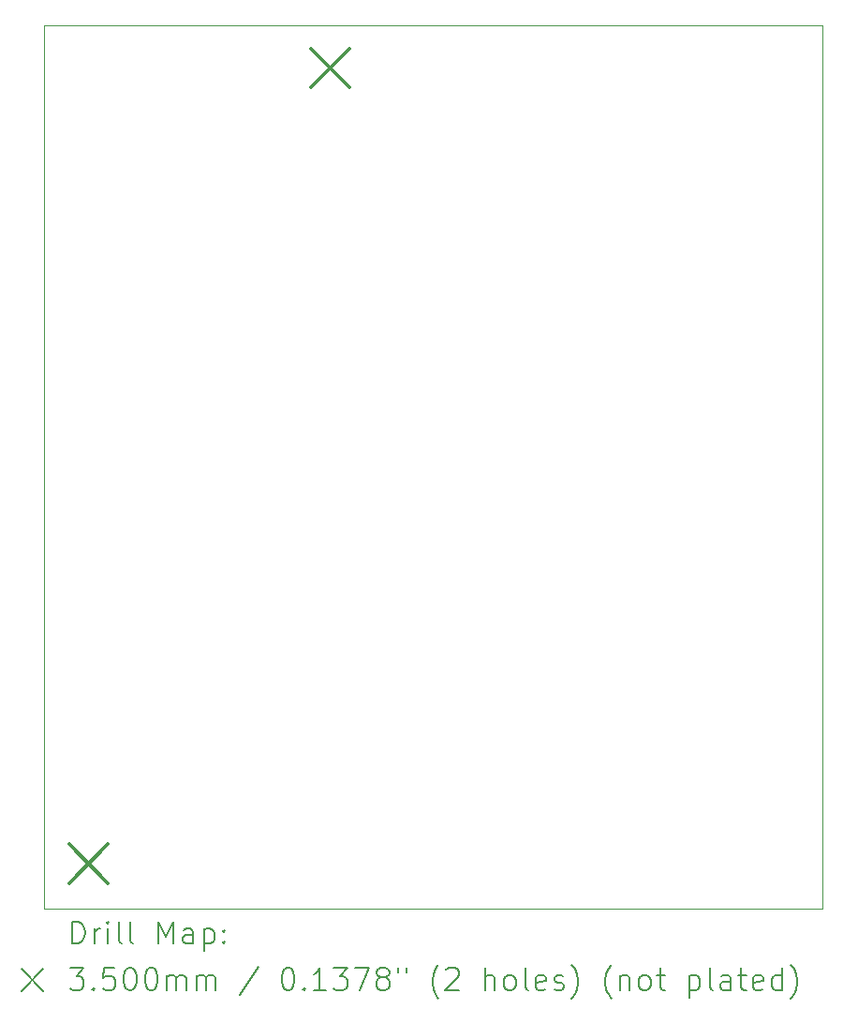
<source format=gbr>
%TF.GenerationSoftware,KiCad,Pcbnew,7.0.11-7.0.11~ubuntu22.04.1*%
%TF.CreationDate,2025-01-31T21:35:23-05:00*%
%TF.ProjectId,C64UltimatePSU,43363455-6c74-4696-9d61-74655053552e,rev?*%
%TF.SameCoordinates,Original*%
%TF.FileFunction,Drillmap*%
%TF.FilePolarity,Positive*%
%FSLAX45Y45*%
G04 Gerber Fmt 4.5, Leading zero omitted, Abs format (unit mm)*
G04 Created by KiCad (PCBNEW 7.0.11-7.0.11~ubuntu22.04.1) date 2025-01-31 21:35:23*
%MOMM*%
%LPD*%
G01*
G04 APERTURE LIST*
%ADD10C,0.100000*%
%ADD11C,0.200000*%
%ADD12C,0.350000*%
G04 APERTURE END LIST*
D10*
X10289540Y-5166360D02*
X17327880Y-5166360D01*
X17327880Y-13141960D01*
X10289540Y-13141960D01*
X10289540Y-5166360D01*
D11*
D12*
X10515860Y-12560560D02*
X10865860Y-12910560D01*
X10865860Y-12560560D02*
X10515860Y-12910560D01*
X12702800Y-5379980D02*
X13052800Y-5729980D01*
X13052800Y-5379980D02*
X12702800Y-5729980D01*
D11*
X10545317Y-13458444D02*
X10545317Y-13258444D01*
X10545317Y-13258444D02*
X10592936Y-13258444D01*
X10592936Y-13258444D02*
X10621507Y-13267968D01*
X10621507Y-13267968D02*
X10640555Y-13287015D01*
X10640555Y-13287015D02*
X10650079Y-13306063D01*
X10650079Y-13306063D02*
X10659603Y-13344158D01*
X10659603Y-13344158D02*
X10659603Y-13372729D01*
X10659603Y-13372729D02*
X10650079Y-13410825D01*
X10650079Y-13410825D02*
X10640555Y-13429872D01*
X10640555Y-13429872D02*
X10621507Y-13448920D01*
X10621507Y-13448920D02*
X10592936Y-13458444D01*
X10592936Y-13458444D02*
X10545317Y-13458444D01*
X10745317Y-13458444D02*
X10745317Y-13325110D01*
X10745317Y-13363206D02*
X10754841Y-13344158D01*
X10754841Y-13344158D02*
X10764364Y-13334634D01*
X10764364Y-13334634D02*
X10783412Y-13325110D01*
X10783412Y-13325110D02*
X10802460Y-13325110D01*
X10869126Y-13458444D02*
X10869126Y-13325110D01*
X10869126Y-13258444D02*
X10859603Y-13267968D01*
X10859603Y-13267968D02*
X10869126Y-13277491D01*
X10869126Y-13277491D02*
X10878650Y-13267968D01*
X10878650Y-13267968D02*
X10869126Y-13258444D01*
X10869126Y-13258444D02*
X10869126Y-13277491D01*
X10992936Y-13458444D02*
X10973888Y-13448920D01*
X10973888Y-13448920D02*
X10964364Y-13429872D01*
X10964364Y-13429872D02*
X10964364Y-13258444D01*
X11097698Y-13458444D02*
X11078650Y-13448920D01*
X11078650Y-13448920D02*
X11069126Y-13429872D01*
X11069126Y-13429872D02*
X11069126Y-13258444D01*
X11326269Y-13458444D02*
X11326269Y-13258444D01*
X11326269Y-13258444D02*
X11392936Y-13401301D01*
X11392936Y-13401301D02*
X11459602Y-13258444D01*
X11459602Y-13258444D02*
X11459602Y-13458444D01*
X11640555Y-13458444D02*
X11640555Y-13353682D01*
X11640555Y-13353682D02*
X11631031Y-13334634D01*
X11631031Y-13334634D02*
X11611983Y-13325110D01*
X11611983Y-13325110D02*
X11573888Y-13325110D01*
X11573888Y-13325110D02*
X11554841Y-13334634D01*
X11640555Y-13448920D02*
X11621507Y-13458444D01*
X11621507Y-13458444D02*
X11573888Y-13458444D01*
X11573888Y-13458444D02*
X11554841Y-13448920D01*
X11554841Y-13448920D02*
X11545317Y-13429872D01*
X11545317Y-13429872D02*
X11545317Y-13410825D01*
X11545317Y-13410825D02*
X11554841Y-13391777D01*
X11554841Y-13391777D02*
X11573888Y-13382253D01*
X11573888Y-13382253D02*
X11621507Y-13382253D01*
X11621507Y-13382253D02*
X11640555Y-13372729D01*
X11735793Y-13325110D02*
X11735793Y-13525110D01*
X11735793Y-13334634D02*
X11754841Y-13325110D01*
X11754841Y-13325110D02*
X11792936Y-13325110D01*
X11792936Y-13325110D02*
X11811983Y-13334634D01*
X11811983Y-13334634D02*
X11821507Y-13344158D01*
X11821507Y-13344158D02*
X11831031Y-13363206D01*
X11831031Y-13363206D02*
X11831031Y-13420348D01*
X11831031Y-13420348D02*
X11821507Y-13439396D01*
X11821507Y-13439396D02*
X11811983Y-13448920D01*
X11811983Y-13448920D02*
X11792936Y-13458444D01*
X11792936Y-13458444D02*
X11754841Y-13458444D01*
X11754841Y-13458444D02*
X11735793Y-13448920D01*
X11916745Y-13439396D02*
X11926269Y-13448920D01*
X11926269Y-13448920D02*
X11916745Y-13458444D01*
X11916745Y-13458444D02*
X11907222Y-13448920D01*
X11907222Y-13448920D02*
X11916745Y-13439396D01*
X11916745Y-13439396D02*
X11916745Y-13458444D01*
X11916745Y-13334634D02*
X11926269Y-13344158D01*
X11926269Y-13344158D02*
X11916745Y-13353682D01*
X11916745Y-13353682D02*
X11907222Y-13344158D01*
X11907222Y-13344158D02*
X11916745Y-13334634D01*
X11916745Y-13334634D02*
X11916745Y-13353682D01*
X10084540Y-13686960D02*
X10284540Y-13886960D01*
X10284540Y-13686960D02*
X10084540Y-13886960D01*
X10526269Y-13678444D02*
X10650079Y-13678444D01*
X10650079Y-13678444D02*
X10583412Y-13754634D01*
X10583412Y-13754634D02*
X10611984Y-13754634D01*
X10611984Y-13754634D02*
X10631031Y-13764158D01*
X10631031Y-13764158D02*
X10640555Y-13773682D01*
X10640555Y-13773682D02*
X10650079Y-13792729D01*
X10650079Y-13792729D02*
X10650079Y-13840348D01*
X10650079Y-13840348D02*
X10640555Y-13859396D01*
X10640555Y-13859396D02*
X10631031Y-13868920D01*
X10631031Y-13868920D02*
X10611984Y-13878444D01*
X10611984Y-13878444D02*
X10554841Y-13878444D01*
X10554841Y-13878444D02*
X10535793Y-13868920D01*
X10535793Y-13868920D02*
X10526269Y-13859396D01*
X10735793Y-13859396D02*
X10745317Y-13868920D01*
X10745317Y-13868920D02*
X10735793Y-13878444D01*
X10735793Y-13878444D02*
X10726269Y-13868920D01*
X10726269Y-13868920D02*
X10735793Y-13859396D01*
X10735793Y-13859396D02*
X10735793Y-13878444D01*
X10926269Y-13678444D02*
X10831031Y-13678444D01*
X10831031Y-13678444D02*
X10821507Y-13773682D01*
X10821507Y-13773682D02*
X10831031Y-13764158D01*
X10831031Y-13764158D02*
X10850079Y-13754634D01*
X10850079Y-13754634D02*
X10897698Y-13754634D01*
X10897698Y-13754634D02*
X10916745Y-13764158D01*
X10916745Y-13764158D02*
X10926269Y-13773682D01*
X10926269Y-13773682D02*
X10935793Y-13792729D01*
X10935793Y-13792729D02*
X10935793Y-13840348D01*
X10935793Y-13840348D02*
X10926269Y-13859396D01*
X10926269Y-13859396D02*
X10916745Y-13868920D01*
X10916745Y-13868920D02*
X10897698Y-13878444D01*
X10897698Y-13878444D02*
X10850079Y-13878444D01*
X10850079Y-13878444D02*
X10831031Y-13868920D01*
X10831031Y-13868920D02*
X10821507Y-13859396D01*
X11059603Y-13678444D02*
X11078650Y-13678444D01*
X11078650Y-13678444D02*
X11097698Y-13687968D01*
X11097698Y-13687968D02*
X11107222Y-13697491D01*
X11107222Y-13697491D02*
X11116745Y-13716539D01*
X11116745Y-13716539D02*
X11126269Y-13754634D01*
X11126269Y-13754634D02*
X11126269Y-13802253D01*
X11126269Y-13802253D02*
X11116745Y-13840348D01*
X11116745Y-13840348D02*
X11107222Y-13859396D01*
X11107222Y-13859396D02*
X11097698Y-13868920D01*
X11097698Y-13868920D02*
X11078650Y-13878444D01*
X11078650Y-13878444D02*
X11059603Y-13878444D01*
X11059603Y-13878444D02*
X11040555Y-13868920D01*
X11040555Y-13868920D02*
X11031031Y-13859396D01*
X11031031Y-13859396D02*
X11021507Y-13840348D01*
X11021507Y-13840348D02*
X11011984Y-13802253D01*
X11011984Y-13802253D02*
X11011984Y-13754634D01*
X11011984Y-13754634D02*
X11021507Y-13716539D01*
X11021507Y-13716539D02*
X11031031Y-13697491D01*
X11031031Y-13697491D02*
X11040555Y-13687968D01*
X11040555Y-13687968D02*
X11059603Y-13678444D01*
X11250079Y-13678444D02*
X11269126Y-13678444D01*
X11269126Y-13678444D02*
X11288174Y-13687968D01*
X11288174Y-13687968D02*
X11297698Y-13697491D01*
X11297698Y-13697491D02*
X11307222Y-13716539D01*
X11307222Y-13716539D02*
X11316745Y-13754634D01*
X11316745Y-13754634D02*
X11316745Y-13802253D01*
X11316745Y-13802253D02*
X11307222Y-13840348D01*
X11307222Y-13840348D02*
X11297698Y-13859396D01*
X11297698Y-13859396D02*
X11288174Y-13868920D01*
X11288174Y-13868920D02*
X11269126Y-13878444D01*
X11269126Y-13878444D02*
X11250079Y-13878444D01*
X11250079Y-13878444D02*
X11231031Y-13868920D01*
X11231031Y-13868920D02*
X11221507Y-13859396D01*
X11221507Y-13859396D02*
X11211983Y-13840348D01*
X11211983Y-13840348D02*
X11202460Y-13802253D01*
X11202460Y-13802253D02*
X11202460Y-13754634D01*
X11202460Y-13754634D02*
X11211983Y-13716539D01*
X11211983Y-13716539D02*
X11221507Y-13697491D01*
X11221507Y-13697491D02*
X11231031Y-13687968D01*
X11231031Y-13687968D02*
X11250079Y-13678444D01*
X11402460Y-13878444D02*
X11402460Y-13745110D01*
X11402460Y-13764158D02*
X11411983Y-13754634D01*
X11411983Y-13754634D02*
X11431031Y-13745110D01*
X11431031Y-13745110D02*
X11459603Y-13745110D01*
X11459603Y-13745110D02*
X11478650Y-13754634D01*
X11478650Y-13754634D02*
X11488174Y-13773682D01*
X11488174Y-13773682D02*
X11488174Y-13878444D01*
X11488174Y-13773682D02*
X11497698Y-13754634D01*
X11497698Y-13754634D02*
X11516745Y-13745110D01*
X11516745Y-13745110D02*
X11545317Y-13745110D01*
X11545317Y-13745110D02*
X11564364Y-13754634D01*
X11564364Y-13754634D02*
X11573888Y-13773682D01*
X11573888Y-13773682D02*
X11573888Y-13878444D01*
X11669126Y-13878444D02*
X11669126Y-13745110D01*
X11669126Y-13764158D02*
X11678650Y-13754634D01*
X11678650Y-13754634D02*
X11697698Y-13745110D01*
X11697698Y-13745110D02*
X11726269Y-13745110D01*
X11726269Y-13745110D02*
X11745317Y-13754634D01*
X11745317Y-13754634D02*
X11754841Y-13773682D01*
X11754841Y-13773682D02*
X11754841Y-13878444D01*
X11754841Y-13773682D02*
X11764364Y-13754634D01*
X11764364Y-13754634D02*
X11783412Y-13745110D01*
X11783412Y-13745110D02*
X11811983Y-13745110D01*
X11811983Y-13745110D02*
X11831031Y-13754634D01*
X11831031Y-13754634D02*
X11840555Y-13773682D01*
X11840555Y-13773682D02*
X11840555Y-13878444D01*
X12231031Y-13668920D02*
X12059603Y-13926063D01*
X12488174Y-13678444D02*
X12507222Y-13678444D01*
X12507222Y-13678444D02*
X12526269Y-13687968D01*
X12526269Y-13687968D02*
X12535793Y-13697491D01*
X12535793Y-13697491D02*
X12545317Y-13716539D01*
X12545317Y-13716539D02*
X12554841Y-13754634D01*
X12554841Y-13754634D02*
X12554841Y-13802253D01*
X12554841Y-13802253D02*
X12545317Y-13840348D01*
X12545317Y-13840348D02*
X12535793Y-13859396D01*
X12535793Y-13859396D02*
X12526269Y-13868920D01*
X12526269Y-13868920D02*
X12507222Y-13878444D01*
X12507222Y-13878444D02*
X12488174Y-13878444D01*
X12488174Y-13878444D02*
X12469126Y-13868920D01*
X12469126Y-13868920D02*
X12459603Y-13859396D01*
X12459603Y-13859396D02*
X12450079Y-13840348D01*
X12450079Y-13840348D02*
X12440555Y-13802253D01*
X12440555Y-13802253D02*
X12440555Y-13754634D01*
X12440555Y-13754634D02*
X12450079Y-13716539D01*
X12450079Y-13716539D02*
X12459603Y-13697491D01*
X12459603Y-13697491D02*
X12469126Y-13687968D01*
X12469126Y-13687968D02*
X12488174Y-13678444D01*
X12640555Y-13859396D02*
X12650079Y-13868920D01*
X12650079Y-13868920D02*
X12640555Y-13878444D01*
X12640555Y-13878444D02*
X12631031Y-13868920D01*
X12631031Y-13868920D02*
X12640555Y-13859396D01*
X12640555Y-13859396D02*
X12640555Y-13878444D01*
X12840555Y-13878444D02*
X12726269Y-13878444D01*
X12783412Y-13878444D02*
X12783412Y-13678444D01*
X12783412Y-13678444D02*
X12764365Y-13707015D01*
X12764365Y-13707015D02*
X12745317Y-13726063D01*
X12745317Y-13726063D02*
X12726269Y-13735587D01*
X12907222Y-13678444D02*
X13031031Y-13678444D01*
X13031031Y-13678444D02*
X12964365Y-13754634D01*
X12964365Y-13754634D02*
X12992936Y-13754634D01*
X12992936Y-13754634D02*
X13011984Y-13764158D01*
X13011984Y-13764158D02*
X13021507Y-13773682D01*
X13021507Y-13773682D02*
X13031031Y-13792729D01*
X13031031Y-13792729D02*
X13031031Y-13840348D01*
X13031031Y-13840348D02*
X13021507Y-13859396D01*
X13021507Y-13859396D02*
X13011984Y-13868920D01*
X13011984Y-13868920D02*
X12992936Y-13878444D01*
X12992936Y-13878444D02*
X12935793Y-13878444D01*
X12935793Y-13878444D02*
X12916746Y-13868920D01*
X12916746Y-13868920D02*
X12907222Y-13859396D01*
X13097698Y-13678444D02*
X13231031Y-13678444D01*
X13231031Y-13678444D02*
X13145317Y-13878444D01*
X13335793Y-13764158D02*
X13316746Y-13754634D01*
X13316746Y-13754634D02*
X13307222Y-13745110D01*
X13307222Y-13745110D02*
X13297698Y-13726063D01*
X13297698Y-13726063D02*
X13297698Y-13716539D01*
X13297698Y-13716539D02*
X13307222Y-13697491D01*
X13307222Y-13697491D02*
X13316746Y-13687968D01*
X13316746Y-13687968D02*
X13335793Y-13678444D01*
X13335793Y-13678444D02*
X13373888Y-13678444D01*
X13373888Y-13678444D02*
X13392936Y-13687968D01*
X13392936Y-13687968D02*
X13402460Y-13697491D01*
X13402460Y-13697491D02*
X13411984Y-13716539D01*
X13411984Y-13716539D02*
X13411984Y-13726063D01*
X13411984Y-13726063D02*
X13402460Y-13745110D01*
X13402460Y-13745110D02*
X13392936Y-13754634D01*
X13392936Y-13754634D02*
X13373888Y-13764158D01*
X13373888Y-13764158D02*
X13335793Y-13764158D01*
X13335793Y-13764158D02*
X13316746Y-13773682D01*
X13316746Y-13773682D02*
X13307222Y-13783206D01*
X13307222Y-13783206D02*
X13297698Y-13802253D01*
X13297698Y-13802253D02*
X13297698Y-13840348D01*
X13297698Y-13840348D02*
X13307222Y-13859396D01*
X13307222Y-13859396D02*
X13316746Y-13868920D01*
X13316746Y-13868920D02*
X13335793Y-13878444D01*
X13335793Y-13878444D02*
X13373888Y-13878444D01*
X13373888Y-13878444D02*
X13392936Y-13868920D01*
X13392936Y-13868920D02*
X13402460Y-13859396D01*
X13402460Y-13859396D02*
X13411984Y-13840348D01*
X13411984Y-13840348D02*
X13411984Y-13802253D01*
X13411984Y-13802253D02*
X13402460Y-13783206D01*
X13402460Y-13783206D02*
X13392936Y-13773682D01*
X13392936Y-13773682D02*
X13373888Y-13764158D01*
X13488174Y-13678444D02*
X13488174Y-13716539D01*
X13564365Y-13678444D02*
X13564365Y-13716539D01*
X13859603Y-13954634D02*
X13850079Y-13945110D01*
X13850079Y-13945110D02*
X13831031Y-13916539D01*
X13831031Y-13916539D02*
X13821508Y-13897491D01*
X13821508Y-13897491D02*
X13811984Y-13868920D01*
X13811984Y-13868920D02*
X13802460Y-13821301D01*
X13802460Y-13821301D02*
X13802460Y-13783206D01*
X13802460Y-13783206D02*
X13811984Y-13735587D01*
X13811984Y-13735587D02*
X13821508Y-13707015D01*
X13821508Y-13707015D02*
X13831031Y-13687968D01*
X13831031Y-13687968D02*
X13850079Y-13659396D01*
X13850079Y-13659396D02*
X13859603Y-13649872D01*
X13926269Y-13697491D02*
X13935793Y-13687968D01*
X13935793Y-13687968D02*
X13954841Y-13678444D01*
X13954841Y-13678444D02*
X14002460Y-13678444D01*
X14002460Y-13678444D02*
X14021508Y-13687968D01*
X14021508Y-13687968D02*
X14031031Y-13697491D01*
X14031031Y-13697491D02*
X14040555Y-13716539D01*
X14040555Y-13716539D02*
X14040555Y-13735587D01*
X14040555Y-13735587D02*
X14031031Y-13764158D01*
X14031031Y-13764158D02*
X13916746Y-13878444D01*
X13916746Y-13878444D02*
X14040555Y-13878444D01*
X14278650Y-13878444D02*
X14278650Y-13678444D01*
X14364365Y-13878444D02*
X14364365Y-13773682D01*
X14364365Y-13773682D02*
X14354841Y-13754634D01*
X14354841Y-13754634D02*
X14335793Y-13745110D01*
X14335793Y-13745110D02*
X14307222Y-13745110D01*
X14307222Y-13745110D02*
X14288174Y-13754634D01*
X14288174Y-13754634D02*
X14278650Y-13764158D01*
X14488174Y-13878444D02*
X14469127Y-13868920D01*
X14469127Y-13868920D02*
X14459603Y-13859396D01*
X14459603Y-13859396D02*
X14450079Y-13840348D01*
X14450079Y-13840348D02*
X14450079Y-13783206D01*
X14450079Y-13783206D02*
X14459603Y-13764158D01*
X14459603Y-13764158D02*
X14469127Y-13754634D01*
X14469127Y-13754634D02*
X14488174Y-13745110D01*
X14488174Y-13745110D02*
X14516746Y-13745110D01*
X14516746Y-13745110D02*
X14535793Y-13754634D01*
X14535793Y-13754634D02*
X14545317Y-13764158D01*
X14545317Y-13764158D02*
X14554841Y-13783206D01*
X14554841Y-13783206D02*
X14554841Y-13840348D01*
X14554841Y-13840348D02*
X14545317Y-13859396D01*
X14545317Y-13859396D02*
X14535793Y-13868920D01*
X14535793Y-13868920D02*
X14516746Y-13878444D01*
X14516746Y-13878444D02*
X14488174Y-13878444D01*
X14669127Y-13878444D02*
X14650079Y-13868920D01*
X14650079Y-13868920D02*
X14640555Y-13849872D01*
X14640555Y-13849872D02*
X14640555Y-13678444D01*
X14821508Y-13868920D02*
X14802460Y-13878444D01*
X14802460Y-13878444D02*
X14764365Y-13878444D01*
X14764365Y-13878444D02*
X14745317Y-13868920D01*
X14745317Y-13868920D02*
X14735793Y-13849872D01*
X14735793Y-13849872D02*
X14735793Y-13773682D01*
X14735793Y-13773682D02*
X14745317Y-13754634D01*
X14745317Y-13754634D02*
X14764365Y-13745110D01*
X14764365Y-13745110D02*
X14802460Y-13745110D01*
X14802460Y-13745110D02*
X14821508Y-13754634D01*
X14821508Y-13754634D02*
X14831031Y-13773682D01*
X14831031Y-13773682D02*
X14831031Y-13792729D01*
X14831031Y-13792729D02*
X14735793Y-13811777D01*
X14907222Y-13868920D02*
X14926270Y-13878444D01*
X14926270Y-13878444D02*
X14964365Y-13878444D01*
X14964365Y-13878444D02*
X14983412Y-13868920D01*
X14983412Y-13868920D02*
X14992936Y-13849872D01*
X14992936Y-13849872D02*
X14992936Y-13840348D01*
X14992936Y-13840348D02*
X14983412Y-13821301D01*
X14983412Y-13821301D02*
X14964365Y-13811777D01*
X14964365Y-13811777D02*
X14935793Y-13811777D01*
X14935793Y-13811777D02*
X14916746Y-13802253D01*
X14916746Y-13802253D02*
X14907222Y-13783206D01*
X14907222Y-13783206D02*
X14907222Y-13773682D01*
X14907222Y-13773682D02*
X14916746Y-13754634D01*
X14916746Y-13754634D02*
X14935793Y-13745110D01*
X14935793Y-13745110D02*
X14964365Y-13745110D01*
X14964365Y-13745110D02*
X14983412Y-13754634D01*
X15059603Y-13954634D02*
X15069127Y-13945110D01*
X15069127Y-13945110D02*
X15088174Y-13916539D01*
X15088174Y-13916539D02*
X15097698Y-13897491D01*
X15097698Y-13897491D02*
X15107222Y-13868920D01*
X15107222Y-13868920D02*
X15116746Y-13821301D01*
X15116746Y-13821301D02*
X15116746Y-13783206D01*
X15116746Y-13783206D02*
X15107222Y-13735587D01*
X15107222Y-13735587D02*
X15097698Y-13707015D01*
X15097698Y-13707015D02*
X15088174Y-13687968D01*
X15088174Y-13687968D02*
X15069127Y-13659396D01*
X15069127Y-13659396D02*
X15059603Y-13649872D01*
X15421508Y-13954634D02*
X15411984Y-13945110D01*
X15411984Y-13945110D02*
X15392936Y-13916539D01*
X15392936Y-13916539D02*
X15383412Y-13897491D01*
X15383412Y-13897491D02*
X15373889Y-13868920D01*
X15373889Y-13868920D02*
X15364365Y-13821301D01*
X15364365Y-13821301D02*
X15364365Y-13783206D01*
X15364365Y-13783206D02*
X15373889Y-13735587D01*
X15373889Y-13735587D02*
X15383412Y-13707015D01*
X15383412Y-13707015D02*
X15392936Y-13687968D01*
X15392936Y-13687968D02*
X15411984Y-13659396D01*
X15411984Y-13659396D02*
X15421508Y-13649872D01*
X15497698Y-13745110D02*
X15497698Y-13878444D01*
X15497698Y-13764158D02*
X15507222Y-13754634D01*
X15507222Y-13754634D02*
X15526270Y-13745110D01*
X15526270Y-13745110D02*
X15554841Y-13745110D01*
X15554841Y-13745110D02*
X15573889Y-13754634D01*
X15573889Y-13754634D02*
X15583412Y-13773682D01*
X15583412Y-13773682D02*
X15583412Y-13878444D01*
X15707222Y-13878444D02*
X15688174Y-13868920D01*
X15688174Y-13868920D02*
X15678651Y-13859396D01*
X15678651Y-13859396D02*
X15669127Y-13840348D01*
X15669127Y-13840348D02*
X15669127Y-13783206D01*
X15669127Y-13783206D02*
X15678651Y-13764158D01*
X15678651Y-13764158D02*
X15688174Y-13754634D01*
X15688174Y-13754634D02*
X15707222Y-13745110D01*
X15707222Y-13745110D02*
X15735793Y-13745110D01*
X15735793Y-13745110D02*
X15754841Y-13754634D01*
X15754841Y-13754634D02*
X15764365Y-13764158D01*
X15764365Y-13764158D02*
X15773889Y-13783206D01*
X15773889Y-13783206D02*
X15773889Y-13840348D01*
X15773889Y-13840348D02*
X15764365Y-13859396D01*
X15764365Y-13859396D02*
X15754841Y-13868920D01*
X15754841Y-13868920D02*
X15735793Y-13878444D01*
X15735793Y-13878444D02*
X15707222Y-13878444D01*
X15831032Y-13745110D02*
X15907222Y-13745110D01*
X15859603Y-13678444D02*
X15859603Y-13849872D01*
X15859603Y-13849872D02*
X15869127Y-13868920D01*
X15869127Y-13868920D02*
X15888174Y-13878444D01*
X15888174Y-13878444D02*
X15907222Y-13878444D01*
X16126270Y-13745110D02*
X16126270Y-13945110D01*
X16126270Y-13754634D02*
X16145317Y-13745110D01*
X16145317Y-13745110D02*
X16183413Y-13745110D01*
X16183413Y-13745110D02*
X16202460Y-13754634D01*
X16202460Y-13754634D02*
X16211984Y-13764158D01*
X16211984Y-13764158D02*
X16221508Y-13783206D01*
X16221508Y-13783206D02*
X16221508Y-13840348D01*
X16221508Y-13840348D02*
X16211984Y-13859396D01*
X16211984Y-13859396D02*
X16202460Y-13868920D01*
X16202460Y-13868920D02*
X16183413Y-13878444D01*
X16183413Y-13878444D02*
X16145317Y-13878444D01*
X16145317Y-13878444D02*
X16126270Y-13868920D01*
X16335793Y-13878444D02*
X16316746Y-13868920D01*
X16316746Y-13868920D02*
X16307222Y-13849872D01*
X16307222Y-13849872D02*
X16307222Y-13678444D01*
X16497698Y-13878444D02*
X16497698Y-13773682D01*
X16497698Y-13773682D02*
X16488174Y-13754634D01*
X16488174Y-13754634D02*
X16469127Y-13745110D01*
X16469127Y-13745110D02*
X16431032Y-13745110D01*
X16431032Y-13745110D02*
X16411984Y-13754634D01*
X16497698Y-13868920D02*
X16478651Y-13878444D01*
X16478651Y-13878444D02*
X16431032Y-13878444D01*
X16431032Y-13878444D02*
X16411984Y-13868920D01*
X16411984Y-13868920D02*
X16402460Y-13849872D01*
X16402460Y-13849872D02*
X16402460Y-13830825D01*
X16402460Y-13830825D02*
X16411984Y-13811777D01*
X16411984Y-13811777D02*
X16431032Y-13802253D01*
X16431032Y-13802253D02*
X16478651Y-13802253D01*
X16478651Y-13802253D02*
X16497698Y-13792729D01*
X16564365Y-13745110D02*
X16640555Y-13745110D01*
X16592936Y-13678444D02*
X16592936Y-13849872D01*
X16592936Y-13849872D02*
X16602460Y-13868920D01*
X16602460Y-13868920D02*
X16621508Y-13878444D01*
X16621508Y-13878444D02*
X16640555Y-13878444D01*
X16783413Y-13868920D02*
X16764365Y-13878444D01*
X16764365Y-13878444D02*
X16726270Y-13878444D01*
X16726270Y-13878444D02*
X16707222Y-13868920D01*
X16707222Y-13868920D02*
X16697698Y-13849872D01*
X16697698Y-13849872D02*
X16697698Y-13773682D01*
X16697698Y-13773682D02*
X16707222Y-13754634D01*
X16707222Y-13754634D02*
X16726270Y-13745110D01*
X16726270Y-13745110D02*
X16764365Y-13745110D01*
X16764365Y-13745110D02*
X16783413Y-13754634D01*
X16783413Y-13754634D02*
X16792936Y-13773682D01*
X16792936Y-13773682D02*
X16792936Y-13792729D01*
X16792936Y-13792729D02*
X16697698Y-13811777D01*
X16964365Y-13878444D02*
X16964365Y-13678444D01*
X16964365Y-13868920D02*
X16945317Y-13878444D01*
X16945317Y-13878444D02*
X16907222Y-13878444D01*
X16907222Y-13878444D02*
X16888175Y-13868920D01*
X16888175Y-13868920D02*
X16878651Y-13859396D01*
X16878651Y-13859396D02*
X16869127Y-13840348D01*
X16869127Y-13840348D02*
X16869127Y-13783206D01*
X16869127Y-13783206D02*
X16878651Y-13764158D01*
X16878651Y-13764158D02*
X16888175Y-13754634D01*
X16888175Y-13754634D02*
X16907222Y-13745110D01*
X16907222Y-13745110D02*
X16945317Y-13745110D01*
X16945317Y-13745110D02*
X16964365Y-13754634D01*
X17040556Y-13954634D02*
X17050079Y-13945110D01*
X17050079Y-13945110D02*
X17069127Y-13916539D01*
X17069127Y-13916539D02*
X17078651Y-13897491D01*
X17078651Y-13897491D02*
X17088175Y-13868920D01*
X17088175Y-13868920D02*
X17097698Y-13821301D01*
X17097698Y-13821301D02*
X17097698Y-13783206D01*
X17097698Y-13783206D02*
X17088175Y-13735587D01*
X17088175Y-13735587D02*
X17078651Y-13707015D01*
X17078651Y-13707015D02*
X17069127Y-13687968D01*
X17069127Y-13687968D02*
X17050079Y-13659396D01*
X17050079Y-13659396D02*
X17040556Y-13649872D01*
M02*

</source>
